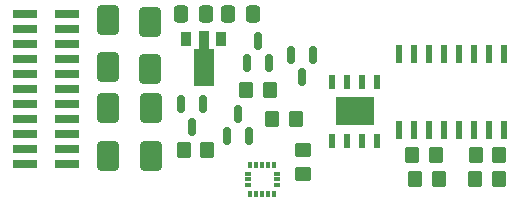
<source format=gtp>
G04 #@! TF.GenerationSoftware,KiCad,Pcbnew,7.99.0-4131-g55429aea6b*
G04 #@! TF.CreationDate,2024-01-04T13:58:44+01:00*
G04 #@! TF.ProjectId,xDuinoRailShield,78447569-6e6f-4526-9169-6c536869656c,rev?*
G04 #@! TF.SameCoordinates,Original*
G04 #@! TF.FileFunction,Paste,Top*
G04 #@! TF.FilePolarity,Positive*
%FSLAX46Y46*%
G04 Gerber Fmt 4.6, Leading zero omitted, Abs format (unit mm)*
G04 Created by KiCad (PCBNEW 7.99.0-4131-g55429aea6b) date 2024-01-04 13:58:44*
%MOMM*%
%LPD*%
G01*
G04 APERTURE LIST*
G04 Aperture macros list*
%AMRoundRect*
0 Rectangle with rounded corners*
0 $1 Rounding radius*
0 $2 $3 $4 $5 $6 $7 $8 $9 X,Y pos of 4 corners*
0 Add a 4 corners polygon primitive as box body*
4,1,4,$2,$3,$4,$5,$6,$7,$8,$9,$2,$3,0*
0 Add four circle primitives for the rounded corners*
1,1,$1+$1,$2,$3*
1,1,$1+$1,$4,$5*
1,1,$1+$1,$6,$7*
1,1,$1+$1,$8,$9*
0 Add four rect primitives between the rounded corners*
20,1,$1+$1,$2,$3,$4,$5,0*
20,1,$1+$1,$4,$5,$6,$7,0*
20,1,$1+$1,$6,$7,$8,$9,0*
20,1,$1+$1,$8,$9,$2,$3,0*%
%AMFreePoly0*
4,1,9,3.862500,-0.866500,0.737500,-0.866500,0.737500,-0.450000,-0.737500,-0.450000,-0.737500,0.450000,0.737500,0.450000,0.737500,0.866500,3.862500,0.866500,3.862500,-0.866500,3.862500,-0.866500,$1*%
G04 Aperture macros list end*
%ADD10RoundRect,0.150000X-0.150000X0.587500X-0.150000X-0.587500X0.150000X-0.587500X0.150000X0.587500X0*%
%ADD11RoundRect,0.250000X-0.650000X1.000000X-0.650000X-1.000000X0.650000X-1.000000X0.650000X1.000000X0*%
%ADD12RoundRect,0.250000X-0.350000X-0.450000X0.350000X-0.450000X0.350000X0.450000X-0.350000X0.450000X0*%
%ADD13RoundRect,0.250000X-0.337500X-0.475000X0.337500X-0.475000X0.337500X0.475000X-0.337500X0.475000X0*%
%ADD14RoundRect,0.250000X0.337500X0.475000X-0.337500X0.475000X-0.337500X-0.475000X0.337500X-0.475000X0*%
%ADD15RoundRect,0.250000X0.650000X-1.000000X0.650000X1.000000X-0.650000X1.000000X-0.650000X-1.000000X0*%
%ADD16RoundRect,0.150000X0.150000X-0.587500X0.150000X0.587500X-0.150000X0.587500X-0.150000X-0.587500X0*%
%ADD17R,0.600000X1.270000*%
%ADD18R,3.300000X2.400000*%
%ADD19RoundRect,0.087500X0.087500X-0.187500X0.087500X0.187500X-0.087500X0.187500X-0.087500X-0.187500X0*%
%ADD20RoundRect,0.087500X0.187500X-0.087500X0.187500X0.087500X-0.187500X0.087500X-0.187500X-0.087500X0*%
%ADD21RoundRect,0.250000X-0.450000X0.350000X-0.450000X-0.350000X0.450000X-0.350000X0.450000X0.350000X0*%
%ADD22R,2.100000X0.750000*%
%ADD23R,0.900000X1.300000*%
%ADD24FreePoly0,270.000000*%
%ADD25RoundRect,0.137500X0.137500X-0.662500X0.137500X0.662500X-0.137500X0.662500X-0.137500X-0.662500X0*%
G04 APERTURE END LIST*
D10*
X150025700Y-71665700D03*
X148125700Y-71665700D03*
X149075700Y-73540700D03*
D11*
X136320300Y-76203400D03*
X136320300Y-80203400D03*
D12*
X139061900Y-79713600D03*
X141061900Y-79713600D03*
D13*
X138855500Y-68250000D03*
X140930500Y-68250000D03*
D14*
X144898900Y-68250000D03*
X142823900Y-68250000D03*
D12*
X144367200Y-74619500D03*
X146367200Y-74619500D03*
D15*
X132676800Y-72707000D03*
X132676800Y-68707000D03*
D12*
X163799600Y-80168900D03*
X165799600Y-80168900D03*
D16*
X142719100Y-78534700D03*
X144619100Y-78534700D03*
X143669100Y-76659700D03*
D17*
X151657100Y-78936400D03*
X152927100Y-78936400D03*
X154197100Y-78936400D03*
X155467100Y-78936400D03*
X155467100Y-73936400D03*
X154197100Y-73936400D03*
X152927100Y-73936400D03*
X151657100Y-73936400D03*
D18*
X153562100Y-76436400D03*
D11*
X136236900Y-68878000D03*
X136236900Y-72878000D03*
D19*
X144720000Y-83445000D03*
X145220000Y-83445000D03*
X145720000Y-83445000D03*
X146220000Y-83445000D03*
X146720000Y-83445000D03*
D20*
X146945000Y-82720000D03*
X146945000Y-82220000D03*
X146945000Y-81720000D03*
D19*
X146720000Y-80995000D03*
X146220000Y-80995000D03*
X145720000Y-80995000D03*
X145220000Y-80995000D03*
X144720000Y-80995000D03*
D20*
X144495000Y-81720000D03*
X144495000Y-82220000D03*
X144495000Y-82720000D03*
D21*
X149182700Y-79729200D03*
X149182700Y-81729200D03*
D22*
X125610000Y-80950000D03*
X129210000Y-80950000D03*
X125610000Y-79680000D03*
X129210000Y-79680000D03*
X125610000Y-78410000D03*
X129210000Y-78410000D03*
X125610000Y-77140000D03*
X129210000Y-77140000D03*
X125610000Y-75870000D03*
X129210000Y-75870000D03*
X125610000Y-74600000D03*
X129210000Y-74600000D03*
X125610000Y-73330000D03*
X129210000Y-73330000D03*
X125610000Y-72060000D03*
X129210000Y-72060000D03*
X125610000Y-70790000D03*
X129210000Y-70790000D03*
X125610000Y-69520000D03*
X129210000Y-69520000D03*
X125610000Y-68250000D03*
X129210000Y-68250000D03*
D23*
X142245600Y-70293900D03*
D24*
X140745600Y-70381400D03*
D23*
X139245600Y-70293900D03*
D12*
X163770000Y-82220000D03*
X165770000Y-82220000D03*
D10*
X140735900Y-75870000D03*
X138835900Y-75870000D03*
X139785900Y-77745000D03*
D16*
X144417200Y-72389900D03*
X146317200Y-72389900D03*
X145367200Y-70514900D03*
D12*
X158420000Y-80129400D03*
X160420000Y-80129400D03*
D25*
X157269700Y-78063600D03*
X158539700Y-78063600D03*
X159809700Y-78063600D03*
X161079700Y-78063600D03*
X162349700Y-78063600D03*
X163619700Y-78063600D03*
X164889700Y-78063600D03*
X166159700Y-78063600D03*
X166159700Y-71563600D03*
X164889700Y-71563600D03*
X163619700Y-71563600D03*
X162349700Y-71563600D03*
X161079700Y-71563600D03*
X159809700Y-71563600D03*
X158539700Y-71563600D03*
X157269700Y-71563600D03*
D12*
X146536800Y-77138200D03*
X148536800Y-77138200D03*
D15*
X132621200Y-80203400D03*
X132621200Y-76203400D03*
D12*
X158690000Y-82220000D03*
X160690000Y-82220000D03*
M02*

</source>
